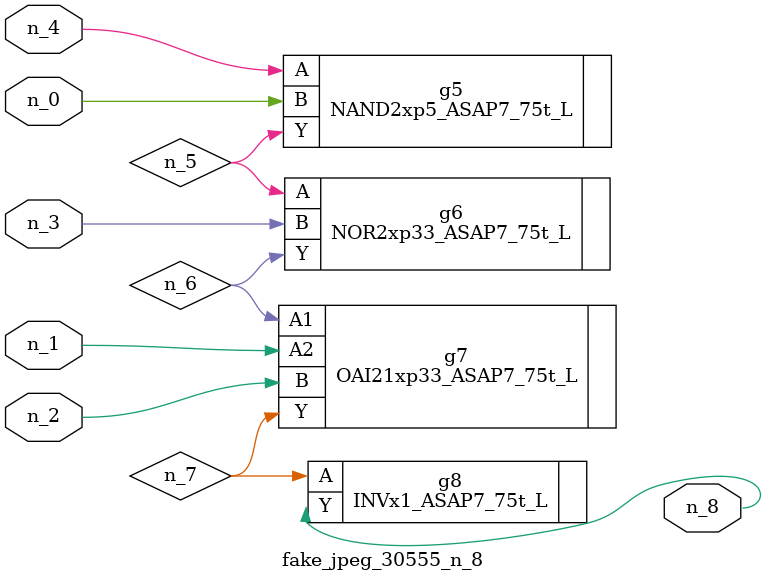
<source format=v>
module fake_jpeg_30555_n_8 (n_3, n_2, n_1, n_0, n_4, n_8);

input n_3;
input n_2;
input n_1;
input n_0;
input n_4;

output n_8;

wire n_6;
wire n_5;
wire n_7;

NAND2xp5_ASAP7_75t_L g5 ( 
.A(n_4),
.B(n_0),
.Y(n_5)
);

NOR2xp33_ASAP7_75t_L g6 ( 
.A(n_5),
.B(n_3),
.Y(n_6)
);

OAI21xp33_ASAP7_75t_L g7 ( 
.A1(n_6),
.A2(n_1),
.B(n_2),
.Y(n_7)
);

INVx1_ASAP7_75t_L g8 ( 
.A(n_7),
.Y(n_8)
);


endmodule
</source>
